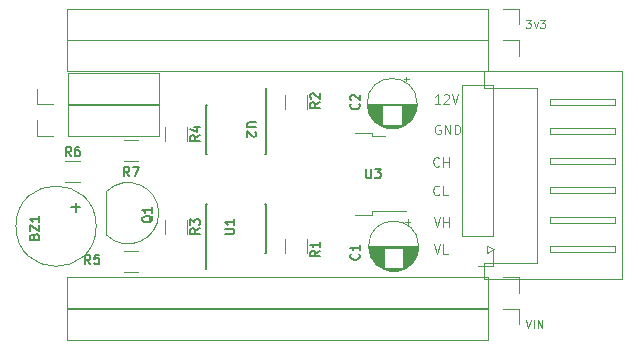
<source format=gto>
%TF.GenerationSoftware,KiCad,Pcbnew,(5.0.2)-1*%
%TF.CreationDate,2019-07-05T20:57:08+02:00*%
%TF.ProjectId,PSAVanCanBridge_v11,56616e43-616e-4457-9370-33322e6b6963,rev?*%
%TF.SameCoordinates,Original*%
%TF.FileFunction,Legend,Top*%
%TF.FilePolarity,Positive*%
%FSLAX46Y46*%
G04 Gerber Fmt 4.6, Leading zero omitted, Abs format (unit mm)*
G04 Created by KiCad (PCBNEW (5.0.2)-1) date 05/07/2019 20:57:08*
%MOMM*%
%LPD*%
G01*
G04 APERTURE LIST*
%ADD10C,0.100000*%
%ADD11C,0.120000*%
%ADD12C,0.150000*%
G04 APERTURE END LIST*
D10*
X83045427Y-53663904D02*
X83312094Y-54463904D01*
X83578761Y-53663904D01*
X84226380Y-54463904D02*
X83845427Y-54463904D01*
X83845427Y-53663904D01*
X83045428Y-51377904D02*
X83312095Y-52177904D01*
X83578762Y-51377904D01*
X83845428Y-52177904D02*
X83845428Y-51377904D01*
X83845428Y-51758857D02*
X84302571Y-51758857D01*
X84302571Y-52177904D02*
X84302571Y-51377904D01*
X83489856Y-49434714D02*
X83451761Y-49472809D01*
X83337475Y-49510904D01*
X83261285Y-49510904D01*
X83146999Y-49472809D01*
X83070808Y-49396619D01*
X83032713Y-49320428D01*
X82994618Y-49168047D01*
X82994618Y-49053761D01*
X83032713Y-48901380D01*
X83070808Y-48825190D01*
X83146999Y-48749000D01*
X83261285Y-48710904D01*
X83337475Y-48710904D01*
X83451761Y-48749000D01*
X83489856Y-48787095D01*
X84213666Y-49510904D02*
X83832713Y-49510904D01*
X83832713Y-48710904D01*
X83489856Y-47021714D02*
X83451761Y-47059809D01*
X83337475Y-47097904D01*
X83261285Y-47097904D01*
X83146999Y-47059809D01*
X83070808Y-46983619D01*
X83032713Y-46907428D01*
X82994618Y-46755047D01*
X82994618Y-46640761D01*
X83032713Y-46488380D01*
X83070808Y-46412190D01*
X83146999Y-46336000D01*
X83261285Y-46297904D01*
X83337475Y-46297904D01*
X83451761Y-46336000D01*
X83489856Y-46374095D01*
X83832713Y-47097904D02*
X83832713Y-46297904D01*
X83832713Y-46678857D02*
X84289856Y-46678857D01*
X84289856Y-47097904D02*
X84289856Y-46297904D01*
X83578761Y-43595321D02*
X83502570Y-43557225D01*
X83388285Y-43557225D01*
X83273999Y-43595321D01*
X83197808Y-43671511D01*
X83159713Y-43747701D01*
X83121618Y-43900082D01*
X83121618Y-44014368D01*
X83159713Y-44166749D01*
X83197808Y-44242940D01*
X83273999Y-44319130D01*
X83388285Y-44357225D01*
X83464475Y-44357225D01*
X83578761Y-44319130D01*
X83616856Y-44281035D01*
X83616856Y-44014368D01*
X83464475Y-44014368D01*
X83959713Y-44357225D02*
X83959713Y-43557225D01*
X84416856Y-44357225D01*
X84416856Y-43557225D01*
X84797808Y-44357225D02*
X84797808Y-43557225D01*
X84988285Y-43557225D01*
X85102570Y-43595321D01*
X85178761Y-43671511D01*
X85216856Y-43747701D01*
X85254951Y-43900082D01*
X85254951Y-44014368D01*
X85216856Y-44166749D01*
X85178761Y-44242940D01*
X85102570Y-44319130D01*
X84988285Y-44357225D01*
X84797808Y-44357225D01*
X83578761Y-41763904D02*
X83121619Y-41763904D01*
X83350190Y-41763904D02*
X83350190Y-40963904D01*
X83274000Y-41078190D01*
X83197809Y-41154380D01*
X83121619Y-41192476D01*
X83883523Y-41040095D02*
X83921619Y-41002000D01*
X83997809Y-40963904D01*
X84188285Y-40963904D01*
X84264476Y-41002000D01*
X84302571Y-41040095D01*
X84340666Y-41116285D01*
X84340666Y-41192476D01*
X84302571Y-41306761D01*
X83845428Y-41763904D01*
X84340666Y-41763904D01*
X84569238Y-40963904D02*
X84835904Y-41763904D01*
X85102571Y-40963904D01*
X90800333Y-60068666D02*
X91033666Y-60768666D01*
X91267000Y-60068666D01*
X91500333Y-60768666D02*
X91500333Y-60068666D01*
X91833666Y-60768666D02*
X91833666Y-60068666D01*
X92233666Y-60768666D01*
X92233666Y-60068666D01*
X90819381Y-34668666D02*
X91252715Y-34668666D01*
X91019381Y-34935333D01*
X91119381Y-34935333D01*
X91186048Y-34968666D01*
X91219381Y-35002000D01*
X91252715Y-35068666D01*
X91252715Y-35235333D01*
X91219381Y-35302000D01*
X91186048Y-35335333D01*
X91119381Y-35368666D01*
X90919381Y-35368666D01*
X90852715Y-35335333D01*
X90819381Y-35302000D01*
X91486048Y-34902000D02*
X91652715Y-35368666D01*
X91819381Y-34902000D01*
X92019381Y-34668666D02*
X92452715Y-34668666D01*
X92219381Y-34935333D01*
X92319381Y-34935333D01*
X92386048Y-34968666D01*
X92419381Y-35002000D01*
X92452715Y-35068666D01*
X92452715Y-35235333D01*
X92419381Y-35302000D01*
X92386048Y-35335333D01*
X92319381Y-35368666D01*
X92119381Y-35368666D01*
X92052715Y-35335333D01*
X92019381Y-35302000D01*
D11*
X58006064Y-46630000D02*
X56801936Y-46630000D01*
X58006064Y-44810000D02*
X56801936Y-44810000D01*
X59750000Y-44510000D02*
X59750000Y-41850000D01*
X52070000Y-44510000D02*
X59750000Y-44510000D01*
X52070000Y-41850000D02*
X59750000Y-41850000D01*
X52070000Y-44510000D02*
X52070000Y-41850000D01*
X50800000Y-44510000D02*
X49470000Y-44510000D01*
X49470000Y-44510000D02*
X49470000Y-43180000D01*
X53053064Y-48408000D02*
X51848936Y-48408000D01*
X53053064Y-46588000D02*
X51848936Y-46588000D01*
X80897000Y-39697199D02*
X80497000Y-39697199D01*
X80697000Y-39497199D02*
X80697000Y-39897199D01*
X79872000Y-43848000D02*
X79132000Y-43848000D01*
X80039000Y-43808000D02*
X78965000Y-43808000D01*
X80166000Y-43768000D02*
X78838000Y-43768000D01*
X80270000Y-43728000D02*
X78734000Y-43728000D01*
X80361000Y-43688000D02*
X78643000Y-43688000D01*
X80442000Y-43648000D02*
X78562000Y-43648000D01*
X80515000Y-43608000D02*
X78489000Y-43608000D01*
X78662000Y-43568000D02*
X78422000Y-43568000D01*
X80582000Y-43568000D02*
X80342000Y-43568000D01*
X78662000Y-43528000D02*
X78360000Y-43528000D01*
X80644000Y-43528000D02*
X80342000Y-43528000D01*
X78662000Y-43488000D02*
X78302000Y-43488000D01*
X80702000Y-43488000D02*
X80342000Y-43488000D01*
X78662000Y-43448000D02*
X78248000Y-43448000D01*
X80756000Y-43448000D02*
X80342000Y-43448000D01*
X78662000Y-43408000D02*
X78198000Y-43408000D01*
X80806000Y-43408000D02*
X80342000Y-43408000D01*
X78662000Y-43368000D02*
X78151000Y-43368000D01*
X80853000Y-43368000D02*
X80342000Y-43368000D01*
X78662000Y-43328000D02*
X78106000Y-43328000D01*
X80898000Y-43328000D02*
X80342000Y-43328000D01*
X78662000Y-43288000D02*
X78064000Y-43288000D01*
X80940000Y-43288000D02*
X80342000Y-43288000D01*
X78662000Y-43248000D02*
X78024000Y-43248000D01*
X80980000Y-43248000D02*
X80342000Y-43248000D01*
X78662000Y-43208000D02*
X77986000Y-43208000D01*
X81018000Y-43208000D02*
X80342000Y-43208000D01*
X78662000Y-43168000D02*
X77950000Y-43168000D01*
X81054000Y-43168000D02*
X80342000Y-43168000D01*
X78662000Y-43128000D02*
X77915000Y-43128000D01*
X81089000Y-43128000D02*
X80342000Y-43128000D01*
X78662000Y-43088000D02*
X77883000Y-43088000D01*
X81121000Y-43088000D02*
X80342000Y-43088000D01*
X78662000Y-43048000D02*
X77852000Y-43048000D01*
X81152000Y-43048000D02*
X80342000Y-43048000D01*
X78662000Y-43008000D02*
X77822000Y-43008000D01*
X81182000Y-43008000D02*
X80342000Y-43008000D01*
X78662000Y-42968000D02*
X77794000Y-42968000D01*
X81210000Y-42968000D02*
X80342000Y-42968000D01*
X78662000Y-42928000D02*
X77767000Y-42928000D01*
X81237000Y-42928000D02*
X80342000Y-42928000D01*
X78662000Y-42888000D02*
X77742000Y-42888000D01*
X81262000Y-42888000D02*
X80342000Y-42888000D01*
X78662000Y-42848000D02*
X77717000Y-42848000D01*
X81287000Y-42848000D02*
X80342000Y-42848000D01*
X78662000Y-42808000D02*
X77694000Y-42808000D01*
X81310000Y-42808000D02*
X80342000Y-42808000D01*
X78662000Y-42768000D02*
X77672000Y-42768000D01*
X81332000Y-42768000D02*
X80342000Y-42768000D01*
X78662000Y-42728000D02*
X77651000Y-42728000D01*
X81353000Y-42728000D02*
X80342000Y-42728000D01*
X78662000Y-42688000D02*
X77632000Y-42688000D01*
X81372000Y-42688000D02*
X80342000Y-42688000D01*
X78662000Y-42648000D02*
X77613000Y-42648000D01*
X81391000Y-42648000D02*
X80342000Y-42648000D01*
X78662000Y-42608000D02*
X77595000Y-42608000D01*
X81409000Y-42608000D02*
X80342000Y-42608000D01*
X78662000Y-42568000D02*
X77578000Y-42568000D01*
X81426000Y-42568000D02*
X80342000Y-42568000D01*
X78662000Y-42528000D02*
X77562000Y-42528000D01*
X81442000Y-42528000D02*
X80342000Y-42528000D01*
X78662000Y-42488000D02*
X77548000Y-42488000D01*
X81456000Y-42488000D02*
X80342000Y-42488000D01*
X78662000Y-42447000D02*
X77534000Y-42447000D01*
X81470000Y-42447000D02*
X80342000Y-42447000D01*
X78662000Y-42407000D02*
X77520000Y-42407000D01*
X81484000Y-42407000D02*
X80342000Y-42407000D01*
X78662000Y-42367000D02*
X77508000Y-42367000D01*
X81496000Y-42367000D02*
X80342000Y-42367000D01*
X78662000Y-42327000D02*
X77497000Y-42327000D01*
X81507000Y-42327000D02*
X80342000Y-42327000D01*
X78662000Y-42287000D02*
X77486000Y-42287000D01*
X81518000Y-42287000D02*
X80342000Y-42287000D01*
X78662000Y-42247000D02*
X77477000Y-42247000D01*
X81527000Y-42247000D02*
X80342000Y-42247000D01*
X78662000Y-42207000D02*
X77468000Y-42207000D01*
X81536000Y-42207000D02*
X80342000Y-42207000D01*
X78662000Y-42167000D02*
X77460000Y-42167000D01*
X81544000Y-42167000D02*
X80342000Y-42167000D01*
X78662000Y-42127000D02*
X77452000Y-42127000D01*
X81552000Y-42127000D02*
X80342000Y-42127000D01*
X78662000Y-42087000D02*
X77446000Y-42087000D01*
X81558000Y-42087000D02*
X80342000Y-42087000D01*
X78662000Y-42047000D02*
X77440000Y-42047000D01*
X81564000Y-42047000D02*
X80342000Y-42047000D01*
X78662000Y-42007000D02*
X77435000Y-42007000D01*
X81569000Y-42007000D02*
X80342000Y-42007000D01*
X78662000Y-41967000D02*
X77431000Y-41967000D01*
X81573000Y-41967000D02*
X80342000Y-41967000D01*
X81576000Y-41927000D02*
X77428000Y-41927000D01*
X81579000Y-41887000D02*
X77425000Y-41887000D01*
X81581000Y-41847000D02*
X77423000Y-41847000D01*
X81582000Y-41807000D02*
X77422000Y-41807000D01*
X81582000Y-41767000D02*
X77422000Y-41767000D01*
X81622000Y-41767000D02*
G75*
G03X81622000Y-41767000I-2120000J0D01*
G01*
X88071000Y-40199000D02*
X85411000Y-40199000D01*
X88071000Y-52959000D02*
X88071000Y-40199000D01*
X85411000Y-52959000D02*
X85411000Y-40199000D01*
X88071000Y-52959000D02*
X85411000Y-52959000D01*
X88071000Y-54229000D02*
X88071000Y-55559000D01*
X88071000Y-55559000D02*
X86741000Y-55559000D01*
X98972000Y-47852000D02*
X98972000Y-56662000D01*
X98972000Y-56662000D02*
X87252000Y-56662000D01*
X87252000Y-56662000D02*
X87252000Y-55242000D01*
X87252000Y-55242000D02*
X91752000Y-55242000D01*
X91752000Y-55242000D02*
X91752000Y-47852000D01*
X98972000Y-47852000D02*
X98972000Y-39042000D01*
X98972000Y-39042000D02*
X87252000Y-39042000D01*
X87252000Y-39042000D02*
X87252000Y-40462000D01*
X87252000Y-40462000D02*
X91752000Y-40462000D01*
X91752000Y-40462000D02*
X91752000Y-47852000D01*
X92862000Y-54352000D02*
X98362000Y-54352000D01*
X98362000Y-54352000D02*
X98362000Y-53852000D01*
X98362000Y-53852000D02*
X92862000Y-53852000D01*
X92862000Y-53852000D02*
X92862000Y-54352000D01*
X92862000Y-51852000D02*
X98362000Y-51852000D01*
X98362000Y-51852000D02*
X98362000Y-51352000D01*
X98362000Y-51352000D02*
X92862000Y-51352000D01*
X92862000Y-51352000D02*
X92862000Y-51852000D01*
X92862000Y-49352000D02*
X98362000Y-49352000D01*
X98362000Y-49352000D02*
X98362000Y-48852000D01*
X98362000Y-48852000D02*
X92862000Y-48852000D01*
X92862000Y-48852000D02*
X92862000Y-49352000D01*
X92862000Y-46852000D02*
X98362000Y-46852000D01*
X98362000Y-46852000D02*
X98362000Y-46352000D01*
X98362000Y-46352000D02*
X92862000Y-46352000D01*
X92862000Y-46352000D02*
X92862000Y-46852000D01*
X92862000Y-44352000D02*
X98362000Y-44352000D01*
X98362000Y-44352000D02*
X98362000Y-43852000D01*
X98362000Y-43852000D02*
X92862000Y-43852000D01*
X92862000Y-43852000D02*
X92862000Y-44352000D01*
X92862000Y-41852000D02*
X98362000Y-41852000D01*
X98362000Y-41852000D02*
X98362000Y-41352000D01*
X98362000Y-41352000D02*
X92862000Y-41352000D01*
X92862000Y-41352000D02*
X92862000Y-41852000D01*
X88162000Y-54102000D02*
X87562000Y-54402000D01*
X87562000Y-54402000D02*
X87562000Y-53802000D01*
X87562000Y-53802000D02*
X88162000Y-54102000D01*
X90230000Y-36389000D02*
X90230000Y-37719000D01*
X88900000Y-36389000D02*
X90230000Y-36389000D01*
X87630000Y-36389000D02*
X87630000Y-39049000D01*
X87630000Y-39049000D02*
X52010000Y-39049000D01*
X87630000Y-36389000D02*
X52010000Y-36389000D01*
X52010000Y-36389000D02*
X52010000Y-39049000D01*
X52010000Y-56455000D02*
X52010000Y-59115000D01*
X87630000Y-56455000D02*
X52010000Y-56455000D01*
X87630000Y-59115000D02*
X52010000Y-59115000D01*
X87630000Y-56455000D02*
X87630000Y-59115000D01*
X88900000Y-56455000D02*
X90230000Y-56455000D01*
X90230000Y-56455000D02*
X90230000Y-57785000D01*
X59750000Y-41843000D02*
X59750000Y-39183000D01*
X52070000Y-41843000D02*
X59750000Y-41843000D01*
X52070000Y-39183000D02*
X59750000Y-39183000D01*
X52070000Y-41843000D02*
X52070000Y-39183000D01*
X50800000Y-41843000D02*
X49470000Y-41843000D01*
X49470000Y-41843000D02*
X49470000Y-40513000D01*
X54454000Y-52146000D02*
G75*
G03X54454000Y-52146000I-3400000J0D01*
G01*
X55300000Y-49254000D02*
X55300000Y-52854000D01*
X55311522Y-49215522D02*
G75*
G02X59750000Y-51054000I1838478J-1838478D01*
G01*
X55311522Y-52892478D02*
G75*
G03X59750000Y-51054000I1838478J1838478D01*
G01*
X56801936Y-54208000D02*
X58006064Y-54208000D01*
X56801936Y-56028000D02*
X58006064Y-56028000D01*
X62124000Y-44925064D02*
X62124000Y-43720936D01*
X60304000Y-44925064D02*
X60304000Y-43720936D01*
X62124000Y-51594936D02*
X62124000Y-52799064D01*
X60304000Y-51594936D02*
X60304000Y-52799064D01*
X72284000Y-42258064D02*
X72284000Y-41053936D01*
X70464000Y-42258064D02*
X70464000Y-41053936D01*
X70464000Y-54450064D02*
X70464000Y-53245936D01*
X72284000Y-54450064D02*
X72284000Y-53245936D01*
X77837784Y-44535994D02*
X78937784Y-44535994D01*
X77837784Y-44265994D02*
X77837784Y-44535994D01*
X76337784Y-44265994D02*
X77837784Y-44265994D01*
X77837784Y-50895994D02*
X80667784Y-50895994D01*
X77837784Y-51165994D02*
X77837784Y-50895994D01*
X76337784Y-51165994D02*
X77837784Y-51165994D01*
X81749000Y-53832000D02*
G75*
G03X81749000Y-53832000I-2120000J0D01*
G01*
X81709000Y-53832000D02*
X77549000Y-53832000D01*
X81709000Y-53872000D02*
X77549000Y-53872000D01*
X81708000Y-53912000D02*
X77550000Y-53912000D01*
X81706000Y-53952000D02*
X77552000Y-53952000D01*
X81703000Y-53992000D02*
X77555000Y-53992000D01*
X81700000Y-54032000D02*
X80469000Y-54032000D01*
X78789000Y-54032000D02*
X77558000Y-54032000D01*
X81696000Y-54072000D02*
X80469000Y-54072000D01*
X78789000Y-54072000D02*
X77562000Y-54072000D01*
X81691000Y-54112000D02*
X80469000Y-54112000D01*
X78789000Y-54112000D02*
X77567000Y-54112000D01*
X81685000Y-54152000D02*
X80469000Y-54152000D01*
X78789000Y-54152000D02*
X77573000Y-54152000D01*
X81679000Y-54192000D02*
X80469000Y-54192000D01*
X78789000Y-54192000D02*
X77579000Y-54192000D01*
X81671000Y-54232000D02*
X80469000Y-54232000D01*
X78789000Y-54232000D02*
X77587000Y-54232000D01*
X81663000Y-54272000D02*
X80469000Y-54272000D01*
X78789000Y-54272000D02*
X77595000Y-54272000D01*
X81654000Y-54312000D02*
X80469000Y-54312000D01*
X78789000Y-54312000D02*
X77604000Y-54312000D01*
X81645000Y-54352000D02*
X80469000Y-54352000D01*
X78789000Y-54352000D02*
X77613000Y-54352000D01*
X81634000Y-54392000D02*
X80469000Y-54392000D01*
X78789000Y-54392000D02*
X77624000Y-54392000D01*
X81623000Y-54432000D02*
X80469000Y-54432000D01*
X78789000Y-54432000D02*
X77635000Y-54432000D01*
X81611000Y-54472000D02*
X80469000Y-54472000D01*
X78789000Y-54472000D02*
X77647000Y-54472000D01*
X81597000Y-54512000D02*
X80469000Y-54512000D01*
X78789000Y-54512000D02*
X77661000Y-54512000D01*
X81583000Y-54553000D02*
X80469000Y-54553000D01*
X78789000Y-54553000D02*
X77675000Y-54553000D01*
X81569000Y-54593000D02*
X80469000Y-54593000D01*
X78789000Y-54593000D02*
X77689000Y-54593000D01*
X81553000Y-54633000D02*
X80469000Y-54633000D01*
X78789000Y-54633000D02*
X77705000Y-54633000D01*
X81536000Y-54673000D02*
X80469000Y-54673000D01*
X78789000Y-54673000D02*
X77722000Y-54673000D01*
X81518000Y-54713000D02*
X80469000Y-54713000D01*
X78789000Y-54713000D02*
X77740000Y-54713000D01*
X81499000Y-54753000D02*
X80469000Y-54753000D01*
X78789000Y-54753000D02*
X77759000Y-54753000D01*
X81480000Y-54793000D02*
X80469000Y-54793000D01*
X78789000Y-54793000D02*
X77778000Y-54793000D01*
X81459000Y-54833000D02*
X80469000Y-54833000D01*
X78789000Y-54833000D02*
X77799000Y-54833000D01*
X81437000Y-54873000D02*
X80469000Y-54873000D01*
X78789000Y-54873000D02*
X77821000Y-54873000D01*
X81414000Y-54913000D02*
X80469000Y-54913000D01*
X78789000Y-54913000D02*
X77844000Y-54913000D01*
X81389000Y-54953000D02*
X80469000Y-54953000D01*
X78789000Y-54953000D02*
X77869000Y-54953000D01*
X81364000Y-54993000D02*
X80469000Y-54993000D01*
X78789000Y-54993000D02*
X77894000Y-54993000D01*
X81337000Y-55033000D02*
X80469000Y-55033000D01*
X78789000Y-55033000D02*
X77921000Y-55033000D01*
X81309000Y-55073000D02*
X80469000Y-55073000D01*
X78789000Y-55073000D02*
X77949000Y-55073000D01*
X81279000Y-55113000D02*
X80469000Y-55113000D01*
X78789000Y-55113000D02*
X77979000Y-55113000D01*
X81248000Y-55153000D02*
X80469000Y-55153000D01*
X78789000Y-55153000D02*
X78010000Y-55153000D01*
X81216000Y-55193000D02*
X80469000Y-55193000D01*
X78789000Y-55193000D02*
X78042000Y-55193000D01*
X81181000Y-55233000D02*
X80469000Y-55233000D01*
X78789000Y-55233000D02*
X78077000Y-55233000D01*
X81145000Y-55273000D02*
X80469000Y-55273000D01*
X78789000Y-55273000D02*
X78113000Y-55273000D01*
X81107000Y-55313000D02*
X80469000Y-55313000D01*
X78789000Y-55313000D02*
X78151000Y-55313000D01*
X81067000Y-55353000D02*
X80469000Y-55353000D01*
X78789000Y-55353000D02*
X78191000Y-55353000D01*
X81025000Y-55393000D02*
X80469000Y-55393000D01*
X78789000Y-55393000D02*
X78233000Y-55393000D01*
X80980000Y-55433000D02*
X80469000Y-55433000D01*
X78789000Y-55433000D02*
X78278000Y-55433000D01*
X80933000Y-55473000D02*
X80469000Y-55473000D01*
X78789000Y-55473000D02*
X78325000Y-55473000D01*
X80883000Y-55513000D02*
X80469000Y-55513000D01*
X78789000Y-55513000D02*
X78375000Y-55513000D01*
X80829000Y-55553000D02*
X80469000Y-55553000D01*
X78789000Y-55553000D02*
X78429000Y-55553000D01*
X80771000Y-55593000D02*
X80469000Y-55593000D01*
X78789000Y-55593000D02*
X78487000Y-55593000D01*
X80709000Y-55633000D02*
X80469000Y-55633000D01*
X78789000Y-55633000D02*
X78549000Y-55633000D01*
X80642000Y-55673000D02*
X78616000Y-55673000D01*
X80569000Y-55713000D02*
X78689000Y-55713000D01*
X80488000Y-55753000D02*
X78770000Y-55753000D01*
X80397000Y-55793000D02*
X78861000Y-55793000D01*
X80293000Y-55833000D02*
X78965000Y-55833000D01*
X80166000Y-55873000D02*
X79092000Y-55873000D01*
X79999000Y-55913000D02*
X79259000Y-55913000D01*
X80824000Y-51562199D02*
X80824000Y-51962199D01*
X81024000Y-51762199D02*
X80624000Y-51762199D01*
D12*
X68819000Y-41867000D02*
X68819000Y-40467000D01*
X63719000Y-41867000D02*
X63719000Y-46017000D01*
X68869000Y-41867000D02*
X68869000Y-46017000D01*
X63719000Y-41867000D02*
X63864000Y-41867000D01*
X63719000Y-46017000D02*
X63864000Y-46017000D01*
X68869000Y-46017000D02*
X68724000Y-46017000D01*
X68869000Y-41867000D02*
X68819000Y-41867000D01*
X63719000Y-54399000D02*
X63769000Y-54399000D01*
X63719000Y-50249000D02*
X63864000Y-50249000D01*
X68869000Y-50249000D02*
X68724000Y-50249000D01*
X68869000Y-54399000D02*
X68724000Y-54399000D01*
X63719000Y-54399000D02*
X63719000Y-50249000D01*
X68869000Y-54399000D02*
X68869000Y-50249000D01*
X63769000Y-54399000D02*
X63769000Y-55799000D01*
D11*
X90230000Y-59122000D02*
X90230000Y-60452000D01*
X88900000Y-59122000D02*
X90230000Y-59122000D01*
X87630000Y-59122000D02*
X87630000Y-61782000D01*
X87630000Y-61782000D02*
X52010000Y-61782000D01*
X87630000Y-59122000D02*
X52010000Y-59122000D01*
X52010000Y-59122000D02*
X52010000Y-61782000D01*
X52010000Y-33722000D02*
X52010000Y-36382000D01*
X87630000Y-33722000D02*
X52010000Y-33722000D01*
X87630000Y-36382000D02*
X52010000Y-36382000D01*
X87630000Y-33722000D02*
X87630000Y-36382000D01*
X88900000Y-33722000D02*
X90230000Y-33722000D01*
X90230000Y-33722000D02*
X90230000Y-35052000D01*
D12*
X57270666Y-47901904D02*
X57004000Y-47520952D01*
X56813523Y-47901904D02*
X56813523Y-47101904D01*
X57118285Y-47101904D01*
X57194476Y-47140000D01*
X57232571Y-47178095D01*
X57270666Y-47254285D01*
X57270666Y-47368571D01*
X57232571Y-47444761D01*
X57194476Y-47482857D01*
X57118285Y-47520952D01*
X56813523Y-47520952D01*
X57537333Y-47101904D02*
X58070666Y-47101904D01*
X57727809Y-47901904D01*
X52317666Y-46208904D02*
X52051000Y-45827952D01*
X51860523Y-46208904D02*
X51860523Y-45408904D01*
X52165285Y-45408904D01*
X52241476Y-45447000D01*
X52279571Y-45485095D01*
X52317666Y-45561285D01*
X52317666Y-45675571D01*
X52279571Y-45751761D01*
X52241476Y-45789857D01*
X52165285Y-45827952D01*
X51860523Y-45827952D01*
X53003380Y-45408904D02*
X52851000Y-45408904D01*
X52774809Y-45447000D01*
X52736714Y-45485095D01*
X52660523Y-45599380D01*
X52622428Y-45751761D01*
X52622428Y-46056523D01*
X52660523Y-46132714D01*
X52698619Y-46170809D01*
X52774809Y-46208904D01*
X52927190Y-46208904D01*
X53003380Y-46170809D01*
X53041476Y-46132714D01*
X53079571Y-46056523D01*
X53079571Y-45866047D01*
X53041476Y-45789857D01*
X53003380Y-45751761D01*
X52927190Y-45713666D01*
X52774809Y-45713666D01*
X52698619Y-45751761D01*
X52660523Y-45789857D01*
X52622428Y-45866047D01*
X76687714Y-41773333D02*
X76725809Y-41811428D01*
X76763904Y-41925714D01*
X76763904Y-42001904D01*
X76725809Y-42116190D01*
X76649619Y-42192380D01*
X76573428Y-42230476D01*
X76421047Y-42268571D01*
X76306761Y-42268571D01*
X76154380Y-42230476D01*
X76078190Y-42192380D01*
X76002000Y-42116190D01*
X75963904Y-42001904D01*
X75963904Y-41925714D01*
X76002000Y-41811428D01*
X76040095Y-41773333D01*
X76040095Y-41468571D02*
X76002000Y-41430476D01*
X75963904Y-41354285D01*
X75963904Y-41163809D01*
X76002000Y-41087619D01*
X76040095Y-41049523D01*
X76116285Y-41011428D01*
X76192476Y-41011428D01*
X76306761Y-41049523D01*
X76763904Y-41506666D01*
X76763904Y-41011428D01*
X49218857Y-53028761D02*
X49256952Y-52914476D01*
X49295047Y-52876380D01*
X49371238Y-52838285D01*
X49485523Y-52838285D01*
X49561714Y-52876380D01*
X49599809Y-52914476D01*
X49637904Y-52990666D01*
X49637904Y-53295428D01*
X48837904Y-53295428D01*
X48837904Y-53028761D01*
X48876000Y-52952571D01*
X48914095Y-52914476D01*
X48990285Y-52876380D01*
X49066476Y-52876380D01*
X49142666Y-52914476D01*
X49180761Y-52952571D01*
X49218857Y-53028761D01*
X49218857Y-53295428D01*
X48837904Y-52571619D02*
X48837904Y-52038285D01*
X49637904Y-52571619D01*
X49637904Y-52038285D01*
X49637904Y-51314476D02*
X49637904Y-51771619D01*
X49637904Y-51543047D02*
X48837904Y-51543047D01*
X48952190Y-51619238D01*
X49028380Y-51695428D01*
X49066476Y-51771619D01*
X52725428Y-50926952D02*
X52725428Y-50165047D01*
X53106380Y-50546000D02*
X52344476Y-50546000D01*
X59239095Y-51257190D02*
X59201000Y-51333380D01*
X59124809Y-51409571D01*
X59010523Y-51523857D01*
X58972428Y-51600047D01*
X58972428Y-51676238D01*
X59162904Y-51638142D02*
X59124809Y-51714333D01*
X59048619Y-51790523D01*
X58896238Y-51828619D01*
X58629571Y-51828619D01*
X58477190Y-51790523D01*
X58401000Y-51714333D01*
X58362904Y-51638142D01*
X58362904Y-51485761D01*
X58401000Y-51409571D01*
X58477190Y-51333380D01*
X58629571Y-51295285D01*
X58896238Y-51295285D01*
X59048619Y-51333380D01*
X59124809Y-51409571D01*
X59162904Y-51485761D01*
X59162904Y-51638142D01*
X59162904Y-50533380D02*
X59162904Y-50990523D01*
X59162904Y-50761952D02*
X58362904Y-50761952D01*
X58477190Y-50838142D01*
X58553380Y-50914333D01*
X58591476Y-50990523D01*
X53968666Y-55352904D02*
X53702000Y-54971952D01*
X53511523Y-55352904D02*
X53511523Y-54552904D01*
X53816285Y-54552904D01*
X53892476Y-54591000D01*
X53930571Y-54629095D01*
X53968666Y-54705285D01*
X53968666Y-54819571D01*
X53930571Y-54895761D01*
X53892476Y-54933857D01*
X53816285Y-54971952D01*
X53511523Y-54971952D01*
X54692476Y-54552904D02*
X54311523Y-54552904D01*
X54273428Y-54933857D01*
X54311523Y-54895761D01*
X54387714Y-54857666D01*
X54578190Y-54857666D01*
X54654380Y-54895761D01*
X54692476Y-54933857D01*
X54730571Y-55010047D01*
X54730571Y-55200523D01*
X54692476Y-55276714D01*
X54654380Y-55314809D01*
X54578190Y-55352904D01*
X54387714Y-55352904D01*
X54311523Y-55314809D01*
X54273428Y-55276714D01*
X63226904Y-44456333D02*
X62845952Y-44723000D01*
X63226904Y-44913476D02*
X62426904Y-44913476D01*
X62426904Y-44608714D01*
X62465000Y-44532523D01*
X62503095Y-44494428D01*
X62579285Y-44456333D01*
X62693571Y-44456333D01*
X62769761Y-44494428D01*
X62807857Y-44532523D01*
X62845952Y-44608714D01*
X62845952Y-44913476D01*
X62693571Y-43770619D02*
X63226904Y-43770619D01*
X62388809Y-43961095D02*
X62960238Y-44151571D01*
X62960238Y-43656333D01*
X63226904Y-52330333D02*
X62845952Y-52597000D01*
X63226904Y-52787476D02*
X62426904Y-52787476D01*
X62426904Y-52482714D01*
X62465000Y-52406523D01*
X62503095Y-52368428D01*
X62579285Y-52330333D01*
X62693571Y-52330333D01*
X62769761Y-52368428D01*
X62807857Y-52406523D01*
X62845952Y-52482714D01*
X62845952Y-52787476D01*
X62426904Y-52063666D02*
X62426904Y-51568428D01*
X62731666Y-51835095D01*
X62731666Y-51720809D01*
X62769761Y-51644619D01*
X62807857Y-51606523D01*
X62884047Y-51568428D01*
X63074523Y-51568428D01*
X63150714Y-51606523D01*
X63188809Y-51644619D01*
X63226904Y-51720809D01*
X63226904Y-51949380D01*
X63188809Y-52025571D01*
X63150714Y-52063666D01*
X73386904Y-41662333D02*
X73005952Y-41929000D01*
X73386904Y-42119476D02*
X72586904Y-42119476D01*
X72586904Y-41814714D01*
X72625000Y-41738523D01*
X72663095Y-41700428D01*
X72739285Y-41662333D01*
X72853571Y-41662333D01*
X72929761Y-41700428D01*
X72967857Y-41738523D01*
X73005952Y-41814714D01*
X73005952Y-42119476D01*
X72663095Y-41357571D02*
X72625000Y-41319476D01*
X72586904Y-41243285D01*
X72586904Y-41052809D01*
X72625000Y-40976619D01*
X72663095Y-40938523D01*
X72739285Y-40900428D01*
X72815476Y-40900428D01*
X72929761Y-40938523D01*
X73386904Y-41395666D01*
X73386904Y-40900428D01*
X73386904Y-54235333D02*
X73005952Y-54502000D01*
X73386904Y-54692476D02*
X72586904Y-54692476D01*
X72586904Y-54387714D01*
X72625000Y-54311523D01*
X72663095Y-54273428D01*
X72739285Y-54235333D01*
X72853571Y-54235333D01*
X72929761Y-54273428D01*
X72967857Y-54311523D01*
X73005952Y-54387714D01*
X73005952Y-54692476D01*
X73386904Y-53473428D02*
X73386904Y-53930571D01*
X73386904Y-53702000D02*
X72586904Y-53702000D01*
X72701190Y-53778190D01*
X72777380Y-53854380D01*
X72815476Y-53930571D01*
X77298260Y-47277898D02*
X77298260Y-47925517D01*
X77336355Y-48001708D01*
X77374450Y-48039803D01*
X77450641Y-48077898D01*
X77603022Y-48077898D01*
X77679212Y-48039803D01*
X77717307Y-48001708D01*
X77755403Y-47925517D01*
X77755403Y-47277898D01*
X78060164Y-47277898D02*
X78555403Y-47277898D01*
X78288736Y-47582660D01*
X78403022Y-47582660D01*
X78479212Y-47620755D01*
X78517307Y-47658851D01*
X78555403Y-47735041D01*
X78555403Y-47925517D01*
X78517307Y-48001708D01*
X78479212Y-48039803D01*
X78403022Y-48077898D01*
X78174450Y-48077898D01*
X78098260Y-48039803D01*
X78060164Y-48001708D01*
X76687714Y-54489333D02*
X76725809Y-54527428D01*
X76763904Y-54641714D01*
X76763904Y-54717904D01*
X76725809Y-54832190D01*
X76649619Y-54908380D01*
X76573428Y-54946476D01*
X76421047Y-54984571D01*
X76306761Y-54984571D01*
X76154380Y-54946476D01*
X76078190Y-54908380D01*
X76002000Y-54832190D01*
X75963904Y-54717904D01*
X75963904Y-54641714D01*
X76002000Y-54527428D01*
X76040095Y-54489333D01*
X76763904Y-53727428D02*
X76763904Y-54184571D01*
X76763904Y-53956000D02*
X75963904Y-53956000D01*
X76078190Y-54032190D01*
X76154380Y-54108380D01*
X76192476Y-54184571D01*
X68002095Y-43332476D02*
X67354476Y-43332476D01*
X67278285Y-43370571D01*
X67240190Y-43408666D01*
X67202095Y-43484857D01*
X67202095Y-43637238D01*
X67240190Y-43713428D01*
X67278285Y-43751523D01*
X67354476Y-43789619D01*
X68002095Y-43789619D01*
X67925904Y-44132476D02*
X67964000Y-44170571D01*
X68002095Y-44246761D01*
X68002095Y-44437238D01*
X67964000Y-44513428D01*
X67925904Y-44551523D01*
X67849714Y-44589619D01*
X67773523Y-44589619D01*
X67659238Y-44551523D01*
X67202095Y-44094380D01*
X67202095Y-44589619D01*
X65347904Y-52806523D02*
X65995523Y-52806523D01*
X66071714Y-52768428D01*
X66109809Y-52730333D01*
X66147904Y-52654142D01*
X66147904Y-52501761D01*
X66109809Y-52425571D01*
X66071714Y-52387476D01*
X65995523Y-52349380D01*
X65347904Y-52349380D01*
X66147904Y-51549380D02*
X66147904Y-52006523D01*
X66147904Y-51777952D02*
X65347904Y-51777952D01*
X65462190Y-51854142D01*
X65538380Y-51930333D01*
X65576476Y-52006523D01*
M02*

</source>
